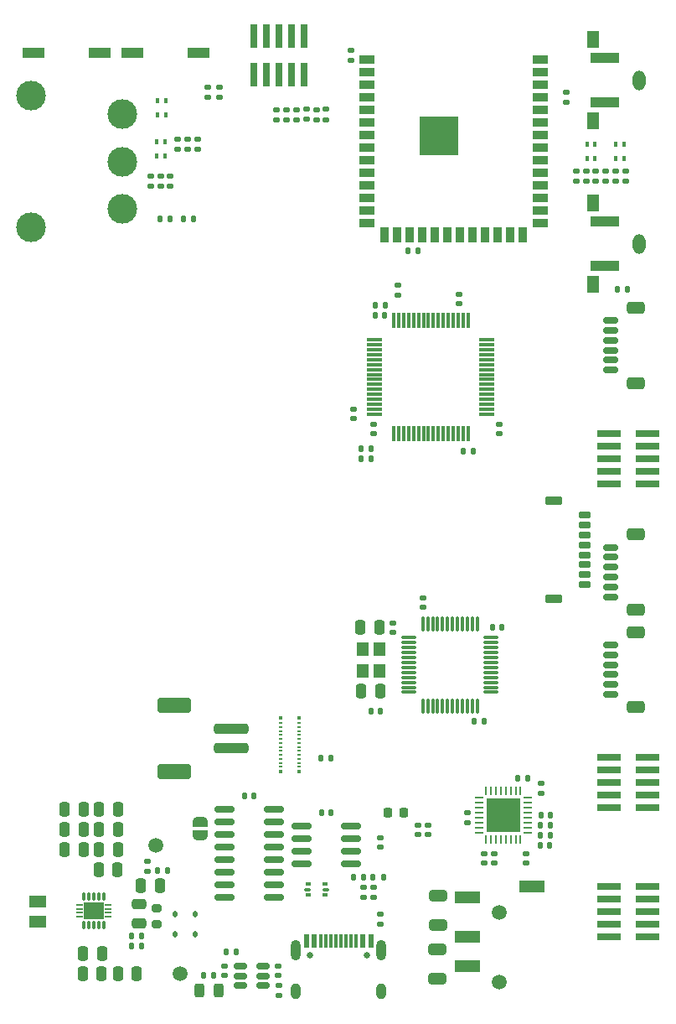
<source format=gbr>
%TF.GenerationSoftware,KiCad,Pcbnew,8.0.9*%
%TF.CreationDate,2025-05-02T13:50:10-07:00*%
%TF.ProjectId,EV12 Board Design,45563132-2042-46f6-9172-642044657369,EV12*%
%TF.SameCoordinates,Original*%
%TF.FileFunction,Soldermask,Top*%
%TF.FilePolarity,Negative*%
%FSLAX46Y46*%
G04 Gerber Fmt 4.6, Leading zero omitted, Abs format (unit mm)*
G04 Created by KiCad (PCBNEW 8.0.9) date 2025-05-02 13:50:10*
%MOMM*%
%LPD*%
G01*
G04 APERTURE LIST*
G04 Aperture macros list*
%AMRoundRect*
0 Rectangle with rounded corners*
0 $1 Rounding radius*
0 $2 $3 $4 $5 $6 $7 $8 $9 X,Y pos of 4 corners*
0 Add a 4 corners polygon primitive as box body*
4,1,4,$2,$3,$4,$5,$6,$7,$8,$9,$2,$3,0*
0 Add four circle primitives for the rounded corners*
1,1,$1+$1,$2,$3*
1,1,$1+$1,$4,$5*
1,1,$1+$1,$6,$7*
1,1,$1+$1,$8,$9*
0 Add four rect primitives between the rounded corners*
20,1,$1+$1,$2,$3,$4,$5,0*
20,1,$1+$1,$4,$5,$6,$7,0*
20,1,$1+$1,$6,$7,$8,$9,0*
20,1,$1+$1,$8,$9,$2,$3,0*%
%AMFreePoly0*
4,1,19,0.500000,-0.750000,0.000000,-0.750000,0.000000,-0.744911,-0.071157,-0.744911,-0.207708,-0.704816,-0.327430,-0.627875,-0.420627,-0.520320,-0.479746,-0.390866,-0.500000,-0.250000,-0.500000,0.250000,-0.479746,0.390866,-0.420627,0.520320,-0.327430,0.627875,-0.207708,0.704816,-0.071157,0.744911,0.000000,0.744911,0.000000,0.750000,0.500000,0.750000,0.500000,-0.750000,0.500000,-0.750000,
$1*%
%AMFreePoly1*
4,1,19,0.000000,0.744911,0.071157,0.744911,0.207708,0.704816,0.327430,0.627875,0.420627,0.520320,0.479746,0.390866,0.500000,0.250000,0.500000,-0.250000,0.479746,-0.390866,0.420627,-0.520320,0.327430,-0.627875,0.207708,-0.704816,0.071157,-0.744911,0.000000,-0.744911,0.000000,-0.750000,-0.500000,-0.750000,-0.500000,0.750000,0.000000,0.750000,0.000000,0.744911,0.000000,0.744911,
$1*%
G04 Aperture macros list end*
%ADD10R,3.000000X1.000000*%
%ADD11R,1.300000X1.800000*%
%ADD12O,1.300000X2.000000*%
%ADD13C,1.500000*%
%ADD14RoundRect,0.250000X0.250000X0.475000X-0.250000X0.475000X-0.250000X-0.475000X0.250000X-0.475000X0*%
%ADD15RoundRect,0.140000X-0.170000X0.140000X-0.170000X-0.140000X0.170000X-0.140000X0.170000X0.140000X0*%
%ADD16RoundRect,0.135000X0.185000X-0.135000X0.185000X0.135000X-0.185000X0.135000X-0.185000X-0.135000X0*%
%ADD17RoundRect,0.250000X-0.475000X0.250000X-0.475000X-0.250000X0.475000X-0.250000X0.475000X0.250000X0*%
%ADD18RoundRect,0.140000X0.170000X-0.140000X0.170000X0.140000X-0.170000X0.140000X-0.170000X-0.140000X0*%
%ADD19RoundRect,0.250000X-0.250000X-0.475000X0.250000X-0.475000X0.250000X0.475000X-0.250000X0.475000X0*%
%ADD20RoundRect,0.135000X0.135000X0.185000X-0.135000X0.185000X-0.135000X-0.185000X0.135000X-0.185000X0*%
%ADD21RoundRect,0.140000X0.140000X0.170000X-0.140000X0.170000X-0.140000X-0.170000X0.140000X-0.170000X0*%
%ADD22RoundRect,0.225000X-0.625000X0.225000X-0.625000X-0.225000X0.625000X-0.225000X0.625000X0.225000X0*%
%ADD23RoundRect,0.150000X-0.475000X0.150000X-0.475000X-0.150000X0.475000X-0.150000X0.475000X0.150000X0*%
%ADD24R,0.400000X0.410000*%
%ADD25R,0.400000X0.200000*%
%ADD26RoundRect,0.075000X0.700000X0.075000X-0.700000X0.075000X-0.700000X-0.075000X0.700000X-0.075000X0*%
%ADD27RoundRect,0.075000X0.075000X0.700000X-0.075000X0.700000X-0.075000X-0.700000X0.075000X-0.700000X0*%
%ADD28R,0.750000X2.400000*%
%ADD29RoundRect,0.250001X-1.449999X0.499999X-1.449999X-0.499999X1.449999X-0.499999X1.449999X0.499999X0*%
%ADD30RoundRect,0.250000X-1.500000X0.250000X-1.500000X-0.250000X1.500000X-0.250000X1.500000X0.250000X0*%
%ADD31RoundRect,0.243750X0.243750X0.456250X-0.243750X0.456250X-0.243750X-0.456250X0.243750X-0.456250X0*%
%ADD32RoundRect,0.250000X-0.650000X0.350000X-0.650000X-0.350000X0.650000X-0.350000X0.650000X0.350000X0*%
%ADD33RoundRect,0.150000X-0.625000X0.150000X-0.625000X-0.150000X0.625000X-0.150000X0.625000X0.150000X0*%
%ADD34RoundRect,0.218750X-0.218750X-0.256250X0.218750X-0.256250X0.218750X0.256250X-0.218750X0.256250X0*%
%ADD35RoundRect,0.150000X-0.512500X-0.150000X0.512500X-0.150000X0.512500X0.150000X-0.512500X0.150000X0*%
%ADD36R,2.400000X0.750000*%
%ADD37RoundRect,0.135000X-0.185000X0.135000X-0.185000X-0.135000X0.185000X-0.135000X0.185000X0.135000X0*%
%ADD38FreePoly0,90.000000*%
%ADD39FreePoly1,90.000000*%
%ADD40RoundRect,0.135000X-0.135000X-0.185000X0.135000X-0.185000X0.135000X0.185000X-0.135000X0.185000X0*%
%ADD41RoundRect,0.140000X-0.140000X-0.170000X0.140000X-0.170000X0.140000X0.170000X-0.140000X0.170000X0*%
%ADD42R,2.160000X1.120000*%
%ADD43R,0.400000X0.600000*%
%ADD44RoundRect,0.250000X0.650000X-0.325000X0.650000X0.325000X-0.650000X0.325000X-0.650000X-0.325000X0*%
%ADD45RoundRect,0.112500X-0.112500X0.187500X-0.112500X-0.187500X0.112500X-0.187500X0.112500X0.187500X0*%
%ADD46R,3.450000X3.450000*%
%ADD47RoundRect,0.062500X0.062500X0.375000X-0.062500X0.375000X-0.062500X-0.375000X0.062500X-0.375000X0*%
%ADD48RoundRect,0.062500X0.375000X0.062500X-0.375000X0.062500X-0.375000X-0.062500X0.375000X-0.062500X0*%
%ADD49RoundRect,0.150000X-0.825000X-0.150000X0.825000X-0.150000X0.825000X0.150000X-0.825000X0.150000X0*%
%ADD50C,3.000000*%
%ADD51R,2.500000X1.200000*%
%ADD52R,1.800000X1.200000*%
%ADD53C,0.600000*%
%ADD54R,3.900000X3.900000*%
%ADD55R,1.500000X0.900000*%
%ADD56R,0.900000X1.500000*%
%ADD57RoundRect,0.200000X-0.275000X0.200000X-0.275000X-0.200000X0.275000X-0.200000X0.275000X0.200000X0*%
%ADD58O,1.000000X1.600000*%
%ADD59O,1.000000X2.100000*%
%ADD60R,0.600000X1.450000*%
%ADD61R,0.300000X1.450000*%
%ADD62C,0.650000*%
%ADD63RoundRect,0.075000X-0.662500X-0.075000X0.662500X-0.075000X0.662500X0.075000X-0.662500X0.075000X0*%
%ADD64RoundRect,0.075000X-0.075000X-0.662500X0.075000X-0.662500X0.075000X0.662500X-0.075000X0.662500X0*%
%ADD65RoundRect,0.093750X-0.156250X-0.093750X0.156250X-0.093750X0.156250X0.093750X-0.156250X0.093750X0*%
%ADD66RoundRect,0.075000X-0.250000X-0.075000X0.250000X-0.075000X0.250000X0.075000X-0.250000X0.075000X0*%
%ADD67R,0.280000X0.280000*%
%ADD68O,0.280000X0.850000*%
%ADD69R,0.600000X0.230000*%
%ADD70R,0.700000X0.250000*%
%ADD71R,0.900000X0.650000*%
%ADD72R,2.150000X1.700000*%
%ADD73R,1.200000X1.400000*%
G04 APERTURE END LIST*
D10*
%TO.C,SW2*%
X173910000Y-54340000D03*
X173910000Y-49840000D03*
D11*
X172760000Y-56190000D03*
D12*
X177360000Y-52090000D03*
D11*
X172760000Y-47990000D03*
%TD*%
D10*
%TO.C,SW1*%
X173910000Y-70840000D03*
X173910000Y-66340000D03*
D11*
X172760000Y-72690000D03*
D12*
X177360000Y-68590000D03*
D11*
X172760000Y-64490000D03*
%TD*%
D13*
%TO.C,TP1*%
X128510000Y-129290000D03*
%TD*%
D14*
%TO.C,C45*%
X121230000Y-125690000D03*
X119330000Y-125690000D03*
%TD*%
D15*
%TO.C,C13*%
X150510000Y-86790000D03*
X150510000Y-87750000D03*
%TD*%
D16*
%TO.C,R40*%
X141760000Y-56060000D03*
X141760000Y-55040000D03*
%TD*%
D15*
%TO.C,C1*%
X151260000Y-136310000D03*
X151260000Y-137270000D03*
%TD*%
D17*
%TO.C,C40*%
X126810000Y-135260000D03*
X126810000Y-137160000D03*
%TD*%
D16*
%TO.C,R41*%
X142760000Y-56060000D03*
X142760000Y-55040000D03*
%TD*%
D18*
%TO.C,C19*%
X148510000Y-86270000D03*
X148510000Y-85310000D03*
%TD*%
D19*
%TO.C,C39*%
X124680000Y-142280000D03*
X126580000Y-142280000D03*
%TD*%
D16*
%TO.C,R37*%
X144760000Y-56060000D03*
X144760000Y-55040000D03*
%TD*%
D20*
%TO.C,R1*%
X127100000Y-139480000D03*
X126080000Y-139480000D03*
%TD*%
D14*
%TO.C,C38*%
X123070000Y-142290000D03*
X121170000Y-142290000D03*
%TD*%
D20*
%TO.C,R20*%
X129730000Y-131880000D03*
X128710000Y-131880000D03*
%TD*%
D19*
%TO.C,C42*%
X122750000Y-131780000D03*
X124650000Y-131780000D03*
%TD*%
D21*
%TO.C,C14*%
X151712428Y-74800773D03*
X150752428Y-74800773D03*
%TD*%
D14*
%TO.C,C4*%
X151095000Y-107327500D03*
X149195000Y-107327500D03*
%TD*%
D15*
%TO.C,C3*%
X161760000Y-130160000D03*
X161760000Y-131120000D03*
%TD*%
D16*
%TO.C,R5*%
X153010000Y-73790000D03*
X153010000Y-72770000D03*
%TD*%
%TO.C,R10*%
X134976205Y-53822585D03*
X134976205Y-52802585D03*
%TD*%
D20*
%TO.C,R35*%
X132307668Y-66040000D03*
X131287668Y-66040000D03*
%TD*%
D13*
%TO.C,TP2*%
X131010000Y-142290000D03*
%TD*%
D22*
%TO.C,J10*%
X168760000Y-104440000D03*
X168760000Y-94540000D03*
D23*
X171885000Y-102990000D03*
X171885000Y-101990000D03*
X171885000Y-100990000D03*
X171885000Y-99990000D03*
X171885000Y-98990000D03*
X171885000Y-97990000D03*
X171885000Y-96990000D03*
X171885000Y-95990000D03*
%TD*%
D24*
%TO.C,U13*%
X141130000Y-121895000D03*
D25*
X141130000Y-121390000D03*
X141130000Y-120990000D03*
X141130000Y-120587924D03*
X141130000Y-120190000D03*
X141130000Y-119790000D03*
X141130000Y-119390000D03*
X141130000Y-118990000D03*
X141130000Y-118590000D03*
X141130000Y-118190000D03*
X141130000Y-117790000D03*
X141130000Y-117390000D03*
X141130000Y-116990000D03*
D24*
X141130000Y-116485000D03*
X143010000Y-116485000D03*
D25*
X143010000Y-116990000D03*
X143010000Y-117390000D03*
X143010000Y-117790000D03*
X143010000Y-118190000D03*
X143010000Y-118590000D03*
X143010000Y-118990000D03*
X143010000Y-119390000D03*
X143010000Y-119790000D03*
X143010000Y-120190000D03*
X143010000Y-120587924D03*
X143010000Y-120990000D03*
X143010000Y-121390000D03*
D24*
X143010000Y-121895000D03*
%TD*%
D26*
%TO.C,U1*%
X162010000Y-85790000D03*
X162010000Y-85290000D03*
X162010000Y-84790000D03*
X162010000Y-84290000D03*
X162010000Y-83790000D03*
X162010000Y-83290000D03*
X162010000Y-82790000D03*
X162010000Y-82290000D03*
X162010000Y-81790000D03*
X162010000Y-81290000D03*
X162010000Y-80790000D03*
X162010000Y-80290000D03*
X162010000Y-79790000D03*
X162010000Y-79290000D03*
X162010000Y-78790000D03*
X162010000Y-78290000D03*
D27*
X160085000Y-76365000D03*
X159585000Y-76365000D03*
X159085000Y-76365000D03*
X158585000Y-76365000D03*
X158085000Y-76365000D03*
X157585000Y-76365000D03*
X157085000Y-76365000D03*
X156585000Y-76365000D03*
X156085000Y-76365000D03*
X155585000Y-76365000D03*
X155085000Y-76365000D03*
X154585000Y-76365000D03*
X154085000Y-76365000D03*
X153585000Y-76365000D03*
X153085000Y-76365000D03*
X152585000Y-76365000D03*
D26*
X150660000Y-78290000D03*
X150660000Y-78790000D03*
X150660000Y-79290000D03*
X150660000Y-79790000D03*
X150660000Y-80290000D03*
X150660000Y-80790000D03*
X150660000Y-81290000D03*
X150660000Y-81790000D03*
X150660000Y-82290000D03*
X150660000Y-82790000D03*
X150660000Y-83290000D03*
X150660000Y-83790000D03*
X150660000Y-84290000D03*
X150660000Y-84790000D03*
X150660000Y-85290000D03*
X150660000Y-85790000D03*
D27*
X152585000Y-87715000D03*
X153085000Y-87715000D03*
X153585000Y-87715000D03*
X154085000Y-87715000D03*
X154585000Y-87715000D03*
X155085000Y-87715000D03*
X155585000Y-87715000D03*
X156085000Y-87715000D03*
X156585000Y-87715000D03*
X157085000Y-87715000D03*
X157585000Y-87715000D03*
X158085000Y-87715000D03*
X158585000Y-87715000D03*
X159085000Y-87715000D03*
X159585000Y-87715000D03*
X160085000Y-87715000D03*
%TD*%
D20*
%TO.C,R33*%
X151520000Y-132540000D03*
X150500000Y-132540000D03*
%TD*%
D28*
%TO.C,CN7*%
X138470000Y-51490000D03*
X138470000Y-47590000D03*
X139740000Y-51490000D03*
X139740000Y-47590000D03*
X141010000Y-51490000D03*
X141010000Y-47590000D03*
X142280000Y-51490000D03*
X142280000Y-47590000D03*
X143550000Y-51490000D03*
X143550000Y-47590000D03*
%TD*%
D15*
%TO.C,C16*%
X167510000Y-123080000D03*
X167510000Y-124040000D03*
%TD*%
D29*
%TO.C,J1*%
X130360000Y-121890000D03*
X130360000Y-115190000D03*
D30*
X136110000Y-119540000D03*
X136110000Y-117540000D03*
%TD*%
D31*
%TO.C,D1*%
X134846401Y-143951263D03*
X132971401Y-143951263D03*
%TD*%
D19*
%TO.C,C48*%
X122790000Y-127710000D03*
X124690000Y-127710000D03*
%TD*%
D32*
%TO.C,CN3*%
X177010000Y-115390000D03*
X177010000Y-107790000D03*
D33*
X174485000Y-114090000D03*
X174485000Y-113090000D03*
X174485000Y-112090000D03*
X174485000Y-111090000D03*
X174485000Y-110090000D03*
X174485000Y-109090000D03*
%TD*%
D34*
%TO.C,L2*%
X152010000Y-126040000D03*
X153585000Y-126040000D03*
%TD*%
D35*
%TO.C,U2*%
X137078901Y-141551263D03*
X137078901Y-142501263D03*
X137078901Y-143451263D03*
X139353901Y-143451263D03*
X139353901Y-142501263D03*
X139353901Y-141551263D03*
%TD*%
D20*
%TO.C,R22*%
X136638744Y-140052812D03*
X135618744Y-140052812D03*
%TD*%
D15*
%TO.C,C56*%
X163260000Y-86830000D03*
X163260000Y-87790000D03*
%TD*%
D16*
%TO.C,R17*%
X172010000Y-62300000D03*
X172010000Y-61280000D03*
%TD*%
D36*
%TO.C,CN6*%
X178260000Y-125540000D03*
X174360000Y-125540000D03*
X178260000Y-124270000D03*
X174360000Y-124270000D03*
X178260000Y-123000000D03*
X174360000Y-123000000D03*
X178260000Y-121730000D03*
X174360000Y-121730000D03*
X178260000Y-120460000D03*
X174360000Y-120460000D03*
%TD*%
D37*
%TO.C,R13*%
X132757326Y-58013156D03*
X132757326Y-59033156D03*
%TD*%
D16*
%TO.C,R19*%
X127683690Y-131929153D03*
X127683690Y-130909153D03*
%TD*%
D15*
%TO.C,C21*%
X140923996Y-141497327D03*
X140923996Y-142457327D03*
%TD*%
D20*
%TO.C,R30*%
X146260000Y-120540000D03*
X145240000Y-120540000D03*
%TD*%
D37*
%TO.C,R4*%
X148260000Y-49030000D03*
X148260000Y-50050000D03*
%TD*%
D16*
%TO.C,R39*%
X140760000Y-56060000D03*
X140760000Y-55040000D03*
%TD*%
D36*
%TO.C,CN5*%
X178260000Y-138580000D03*
X174360000Y-138580000D03*
X178260000Y-137310000D03*
X174360000Y-137310000D03*
X178260000Y-136040000D03*
X174360000Y-136040000D03*
X178260000Y-134770000D03*
X174360000Y-134770000D03*
X178260000Y-133500000D03*
X174360000Y-133500000D03*
%TD*%
D38*
%TO.C,JP3*%
X133010000Y-128290000D03*
D39*
X133010000Y-126990000D03*
%TD*%
D40*
%TO.C,R31*%
X148490000Y-132540000D03*
X149510000Y-132540000D03*
%TD*%
D15*
%TO.C,C8*%
X156010000Y-127290000D03*
X156010000Y-128250000D03*
%TD*%
D19*
%TO.C,C46*%
X122780000Y-125680000D03*
X124680000Y-125680000D03*
%TD*%
D20*
%TO.C,R27*%
X134353901Y-142464222D03*
X133333901Y-142464222D03*
%TD*%
D37*
%TO.C,R12*%
X128013933Y-61769493D03*
X128013933Y-62789493D03*
%TD*%
%TO.C,R11*%
X129010000Y-61770000D03*
X129010000Y-62790000D03*
%TD*%
D41*
%TO.C,C17*%
X150708244Y-75798099D03*
X151668244Y-75798099D03*
%TD*%
D42*
%TO.C,SW5*%
X126145000Y-49290000D03*
X132875000Y-49290000D03*
%TD*%
D37*
%TO.C,R6*%
X130010891Y-61765114D03*
X130010891Y-62785114D03*
%TD*%
D43*
%TO.C,D5*%
X172130133Y-59948014D03*
X172130133Y-58548014D03*
X172930133Y-58548014D03*
X172930133Y-59948014D03*
%TD*%
D16*
%TO.C,R29*%
X170010000Y-54290000D03*
X170010000Y-53270000D03*
%TD*%
%TO.C,R16*%
X173010000Y-62290000D03*
X173010000Y-61270000D03*
%TD*%
D44*
%TO.C,C29*%
X157010000Y-142765000D03*
X157010000Y-139815000D03*
%TD*%
D40*
%TO.C,R21*%
X126070000Y-138490000D03*
X127090000Y-138490000D03*
%TD*%
D45*
%TO.C,D2*%
X130510000Y-136240000D03*
X130510000Y-138340000D03*
%TD*%
D15*
%TO.C,C10*%
X151260000Y-128540000D03*
X151260000Y-129500000D03*
%TD*%
D16*
%TO.C,R25*%
X175010000Y-62290000D03*
X175010000Y-61270000D03*
%TD*%
%TO.C,R38*%
X145760000Y-56050000D03*
X145760000Y-55030000D03*
%TD*%
D18*
%TO.C,C36*%
X133760000Y-53770000D03*
X133760000Y-52810000D03*
%TD*%
D41*
%TO.C,C20*%
X145280000Y-126040000D03*
X146240000Y-126040000D03*
%TD*%
D21*
%TO.C,C35*%
X151260000Y-115790000D03*
X150300000Y-115790000D03*
%TD*%
%TO.C,C12*%
X160596702Y-89573525D03*
X159636702Y-89573525D03*
%TD*%
D16*
%TO.C,R18*%
X171010000Y-62290000D03*
X171010000Y-61270000D03*
%TD*%
D41*
%TO.C,C25*%
X160744411Y-116836126D03*
X161704411Y-116836126D03*
%TD*%
D40*
%TO.C,R32*%
X153990000Y-69290000D03*
X155010000Y-69290000D03*
%TD*%
D43*
%TO.C,D4*%
X128710000Y-55540000D03*
X128710000Y-54140000D03*
X129510000Y-54140000D03*
X129510000Y-55540000D03*
%TD*%
D21*
%TO.C,C15*%
X166107500Y-122540000D03*
X165147500Y-122540000D03*
%TD*%
D36*
%TO.C,CN2*%
X178260000Y-92870000D03*
X174360000Y-92870000D03*
X178260000Y-91600000D03*
X174360000Y-91600000D03*
X178260000Y-90330000D03*
X174360000Y-90330000D03*
X178260000Y-89060000D03*
X174360000Y-89060000D03*
X178260000Y-87790000D03*
X174360000Y-87790000D03*
%TD*%
D37*
%TO.C,R15*%
X130765095Y-58021837D03*
X130765095Y-59041837D03*
%TD*%
D46*
%TO.C,U6*%
X163647500Y-126290000D03*
D47*
X165397500Y-128727500D03*
X164897500Y-128727500D03*
X164397500Y-128727500D03*
X163897500Y-128727500D03*
X163397500Y-128727500D03*
X162897500Y-128727500D03*
X162397500Y-128727500D03*
X161897500Y-128727500D03*
D48*
X161210000Y-128040000D03*
X161210000Y-127540000D03*
X161210000Y-127040000D03*
X161210000Y-126540000D03*
X161210000Y-126040000D03*
X161210000Y-125540000D03*
X161210000Y-125040000D03*
X161210000Y-124540000D03*
D47*
X161897500Y-123852500D03*
X162397500Y-123852500D03*
X162897500Y-123852500D03*
X163397500Y-123852500D03*
X163897500Y-123852500D03*
X164397500Y-123852500D03*
X164897500Y-123852500D03*
X165397500Y-123852500D03*
D48*
X166085000Y-124540000D03*
X166085000Y-125040000D03*
X166085000Y-125540000D03*
X166085000Y-126040000D03*
X166085000Y-126540000D03*
X166085000Y-127040000D03*
X166085000Y-127540000D03*
X166085000Y-128040000D03*
%TD*%
D19*
%TO.C,C23*%
X149310000Y-113777500D03*
X151210000Y-113777500D03*
%TD*%
D20*
%TO.C,R9*%
X168407500Y-128290000D03*
X167387500Y-128290000D03*
%TD*%
D37*
%TO.C,R14*%
X131760000Y-58020000D03*
X131760000Y-59040000D03*
%TD*%
D44*
%TO.C,C30*%
X157024831Y-137397413D03*
X157024831Y-134447413D03*
%TD*%
D42*
%TO.C,SW4*%
X116145000Y-49290000D03*
X122875000Y-49290000D03*
%TD*%
D20*
%TO.C,R28*%
X176210000Y-73190000D03*
X175190000Y-73190000D03*
%TD*%
D45*
%TO.C,D6*%
X132510000Y-136240000D03*
X132510000Y-138340000D03*
%TD*%
D49*
%TO.C,U3*%
X135510000Y-125710000D03*
X135510000Y-126980000D03*
X135510000Y-128250000D03*
X135510000Y-129520000D03*
X135510000Y-130790000D03*
X135510000Y-132060000D03*
X135510000Y-133330000D03*
X135510000Y-134600000D03*
X140460000Y-134600000D03*
X140460000Y-133330000D03*
X140460000Y-132060000D03*
X140460000Y-130790000D03*
X140460000Y-129520000D03*
X140460000Y-128250000D03*
X140460000Y-126980000D03*
X140460000Y-125710000D03*
%TD*%
D16*
%TO.C,R23*%
X176010000Y-62290000D03*
X176010000Y-61270000D03*
%TD*%
%TO.C,R3*%
X149510000Y-134550000D03*
X149510000Y-133530000D03*
%TD*%
D32*
%TO.C,J3*%
X177010000Y-82640000D03*
X177010000Y-75040000D03*
D33*
X174485000Y-81340000D03*
X174485000Y-80340000D03*
X174485000Y-79340000D03*
X174485000Y-78340000D03*
X174485000Y-77340000D03*
X174485000Y-76340000D03*
%TD*%
D41*
%TO.C,C34*%
X162545000Y-107320000D03*
X163505000Y-107320000D03*
%TD*%
D50*
%TO.C,SW6*%
X115910000Y-66940000D03*
X115910000Y-53640000D03*
X125110000Y-55490000D03*
X125110000Y-60290000D03*
X125110000Y-65090000D03*
%TD*%
D32*
%TO.C,CN4*%
X177010000Y-105540000D03*
X177010000Y-97940000D03*
D33*
X174485000Y-104240000D03*
X174485000Y-103240000D03*
X174485000Y-102240000D03*
X174485000Y-101240000D03*
X174485000Y-100240000D03*
X174485000Y-99240000D03*
%TD*%
D51*
%TO.C,J2*%
X160010000Y-134540000D03*
X166510000Y-133440000D03*
X160010000Y-141540000D03*
X160010000Y-138540000D03*
D13*
X163260000Y-136140000D03*
X163260000Y-143140000D03*
%TD*%
D52*
%TO.C,L1*%
X116575327Y-137000688D03*
X116575327Y-135000688D03*
%TD*%
D16*
%TO.C,R36*%
X143760000Y-56040000D03*
X143760000Y-55020000D03*
%TD*%
D43*
%TO.C,D7*%
X175041816Y-59984632D03*
X175041816Y-58584632D03*
X175841816Y-58584632D03*
X175841816Y-59984632D03*
%TD*%
D41*
%TO.C,C18*%
X167417500Y-127290000D03*
X168377500Y-127290000D03*
%TD*%
D40*
%TO.C,R8*%
X149240000Y-90290000D03*
X150260000Y-90290000D03*
%TD*%
D43*
%TO.C,D3*%
X128653691Y-59703820D03*
X128653691Y-58303820D03*
X129453691Y-58303820D03*
X129453691Y-59703820D03*
%TD*%
D18*
%TO.C,C2*%
X135471401Y-142451263D03*
X135471401Y-141491263D03*
%TD*%
%TO.C,C6*%
X160010000Y-127000000D03*
X160010000Y-126040000D03*
%TD*%
D20*
%TO.C,R34*%
X130010000Y-66040000D03*
X128990000Y-66040000D03*
%TD*%
D40*
%TO.C,R7*%
X149240000Y-89290000D03*
X150260000Y-89290000D03*
%TD*%
D19*
%TO.C,C41*%
X127040000Y-133430000D03*
X128940000Y-133430000D03*
%TD*%
D53*
%TO.C,U11*%
X158510000Y-58390000D03*
X158510000Y-56990000D03*
X157810000Y-59090000D03*
X157810000Y-57690000D03*
X157810000Y-56290000D03*
X157110000Y-58390000D03*
D54*
X157110000Y-57690000D03*
D53*
X157110000Y-56990000D03*
X156410000Y-59090000D03*
X156410000Y-57690000D03*
X156410000Y-56290000D03*
X155710000Y-58390000D03*
X155710000Y-56990000D03*
D55*
X167360000Y-49970000D03*
X167360000Y-51240000D03*
X167360000Y-52510000D03*
X167360000Y-53780000D03*
X167360000Y-55050000D03*
X167360000Y-56320000D03*
X167360000Y-57590000D03*
X167360000Y-58860000D03*
X167360000Y-60130000D03*
X167360000Y-61400000D03*
X167360000Y-62670000D03*
X167360000Y-63940000D03*
X167360000Y-65210000D03*
X167360000Y-66480000D03*
D56*
X165595000Y-67730000D03*
X164325000Y-67730000D03*
X163055000Y-67730000D03*
X161785000Y-67730000D03*
X160515000Y-67730000D03*
X159245000Y-67730000D03*
X157975000Y-67730000D03*
X156705000Y-67730000D03*
X155435000Y-67730000D03*
X154165000Y-67730000D03*
X152895000Y-67730000D03*
X151625000Y-67730000D03*
D55*
X149860000Y-66480000D03*
X149860000Y-65210000D03*
X149860000Y-63940000D03*
X149860000Y-62670000D03*
X149860000Y-61400000D03*
X149860000Y-60130000D03*
X149860000Y-58860000D03*
X149860000Y-57590000D03*
X149860000Y-56320000D03*
X149860000Y-55050000D03*
X149860000Y-53780000D03*
X149860000Y-52510000D03*
X149860000Y-51240000D03*
X149860000Y-49970000D03*
%TD*%
D16*
%TO.C,R26*%
X140971401Y-144451263D03*
X140971401Y-143431263D03*
%TD*%
D18*
%TO.C,C7*%
X165950000Y-131120000D03*
X165950000Y-130160000D03*
%TD*%
D21*
%TO.C,C32*%
X138470000Y-124290000D03*
X137510000Y-124290000D03*
%TD*%
D15*
%TO.C,C31*%
X162760000Y-130160000D03*
X162760000Y-131120000D03*
%TD*%
D14*
%TO.C,C43*%
X121210000Y-129750000D03*
X119310000Y-129750000D03*
%TD*%
D15*
%TO.C,C9*%
X155010000Y-127290000D03*
X155010000Y-128250000D03*
%TD*%
%TO.C,C24*%
X152514750Y-106878126D03*
X152514750Y-107838126D03*
%TD*%
D57*
%TO.C,R42*%
X128606346Y-135640000D03*
X128606346Y-137290000D03*
%TD*%
D41*
%TO.C,C5*%
X167437500Y-126290000D03*
X168397500Y-126290000D03*
%TD*%
D58*
%TO.C,J9*%
X151320000Y-144096000D03*
D59*
X151320000Y-139916000D03*
D58*
X142680000Y-144096000D03*
D59*
X142680000Y-139916000D03*
D60*
X143750000Y-139001000D03*
X144550000Y-139001000D03*
D61*
X145250000Y-139001000D03*
X146250000Y-139001000D03*
X147750000Y-139001000D03*
X148750000Y-139001000D03*
D60*
X149450000Y-139001000D03*
X150250000Y-139001000D03*
X150250000Y-139001000D03*
X149450000Y-139001000D03*
D61*
X148250000Y-139001000D03*
X147250000Y-139001000D03*
X146750000Y-139001000D03*
X145750000Y-139001000D03*
D60*
X144550000Y-139001000D03*
X143750000Y-139001000D03*
D62*
X149890000Y-140446000D03*
X144110000Y-140446000D03*
%TD*%
D18*
%TO.C,C11*%
X159155877Y-74643435D03*
X159155877Y-73683435D03*
%TD*%
D63*
%TO.C,U8*%
X154108633Y-108367932D03*
X154108633Y-108867932D03*
X154108633Y-109367932D03*
X154108633Y-109867932D03*
X154108633Y-110367932D03*
X154108633Y-110867932D03*
X154108633Y-111367932D03*
X154108633Y-111867932D03*
X154108633Y-112367932D03*
X154108633Y-112867932D03*
X154108633Y-113367932D03*
X154108633Y-113867932D03*
D64*
X155521133Y-115280432D03*
X156021133Y-115280432D03*
X156521133Y-115280432D03*
X157021133Y-115280432D03*
X157521133Y-115280432D03*
X158021133Y-115280432D03*
X158521133Y-115280432D03*
X159021133Y-115280432D03*
X159521133Y-115280432D03*
X160021133Y-115280432D03*
X160521133Y-115280432D03*
X161021133Y-115280432D03*
D63*
X162433633Y-113867932D03*
X162433633Y-113367932D03*
X162433633Y-112867932D03*
X162433633Y-112367932D03*
X162433633Y-111867932D03*
X162433633Y-111367932D03*
X162433633Y-110867932D03*
X162433633Y-110367932D03*
X162433633Y-109867932D03*
X162433633Y-109367932D03*
X162433633Y-108867932D03*
X162433633Y-108367932D03*
D64*
X161021133Y-106955432D03*
X160521133Y-106955432D03*
X160021133Y-106955432D03*
X159521133Y-106955432D03*
X159021133Y-106955432D03*
X158521133Y-106955432D03*
X158021133Y-106955432D03*
X157521133Y-106955432D03*
X157021133Y-106955432D03*
X156521133Y-106955432D03*
X156021133Y-106955432D03*
X155521133Y-106955432D03*
%TD*%
D65*
%TO.C,U4*%
X143910000Y-133252500D03*
D66*
X143835000Y-133790000D03*
D65*
X143910000Y-134327500D03*
X145610000Y-134327500D03*
D66*
X145685000Y-133790000D03*
D65*
X145610000Y-133252500D03*
%TD*%
D14*
%TO.C,C37*%
X123090000Y-140260000D03*
X121190000Y-140260000D03*
%TD*%
D41*
%TO.C,C28*%
X167397500Y-129290000D03*
X168357500Y-129290000D03*
%TD*%
D67*
%TO.C,U7*%
X121270000Y-137690000D03*
D68*
X121270000Y-137405000D03*
D67*
X121770000Y-137690000D03*
D68*
X121770000Y-137405000D03*
D67*
X122270000Y-137690000D03*
D68*
X122270000Y-137405000D03*
D67*
X122770000Y-137690000D03*
D68*
X122770000Y-137405000D03*
D67*
X123270000Y-137690000D03*
D68*
X123270000Y-137405000D03*
X123270000Y-134455000D03*
D67*
X123270000Y-134170000D03*
D68*
X122770000Y-134455000D03*
D67*
X122770000Y-134170000D03*
D68*
X122270000Y-134455000D03*
D67*
X122270000Y-134170000D03*
D68*
X121770000Y-134455000D03*
D67*
X121770000Y-134170000D03*
D68*
X121270000Y-134455000D03*
D67*
X121270000Y-134170000D03*
D69*
X120845000Y-136530000D03*
D70*
X120845000Y-136530000D03*
D69*
X123695000Y-136530000D03*
D70*
X123695000Y-136530000D03*
D53*
X121770000Y-136430000D03*
X122770000Y-136430000D03*
D71*
X121710000Y-136365000D03*
X122830000Y-136365000D03*
D69*
X120845000Y-136130000D03*
D70*
X120845000Y-136130000D03*
D69*
X123695000Y-136130000D03*
D70*
X123695000Y-136130000D03*
D53*
X122270000Y-135930000D03*
D72*
X122270000Y-135930000D03*
D69*
X120845000Y-135730000D03*
D70*
X120845000Y-135730000D03*
D69*
X123695000Y-135730000D03*
D70*
X123695000Y-135730000D03*
D71*
X121710000Y-135495000D03*
X122830000Y-135495000D03*
D53*
X121770000Y-135430000D03*
X122770000Y-135430000D03*
D69*
X120845000Y-135330000D03*
D70*
X120845000Y-135330000D03*
D69*
X123695000Y-135330000D03*
D70*
X123695000Y-135330000D03*
%TD*%
D19*
%TO.C,C47*%
X122780000Y-129740000D03*
X124680000Y-129740000D03*
%TD*%
D14*
%TO.C,C44*%
X121220000Y-127720000D03*
X119320000Y-127720000D03*
%TD*%
D16*
%TO.C,R2*%
X150510000Y-134540000D03*
X150510000Y-133520000D03*
%TD*%
D15*
%TO.C,C26*%
X155510000Y-104310000D03*
X155510000Y-105270000D03*
%TD*%
D49*
%TO.C,U5*%
X143285000Y-127385000D03*
X143285000Y-128655000D03*
X143285000Y-129925000D03*
X143285000Y-131195000D03*
X148235000Y-131195000D03*
X148235000Y-129925000D03*
X148235000Y-128655000D03*
X148235000Y-127385000D03*
%TD*%
D16*
%TO.C,R24*%
X174010000Y-62290000D03*
X174010000Y-61270000D03*
%TD*%
D73*
%TO.C,Y1*%
X149410000Y-109477500D03*
X149410000Y-111677500D03*
X151110000Y-111677500D03*
X151110000Y-109477500D03*
%TD*%
M02*

</source>
